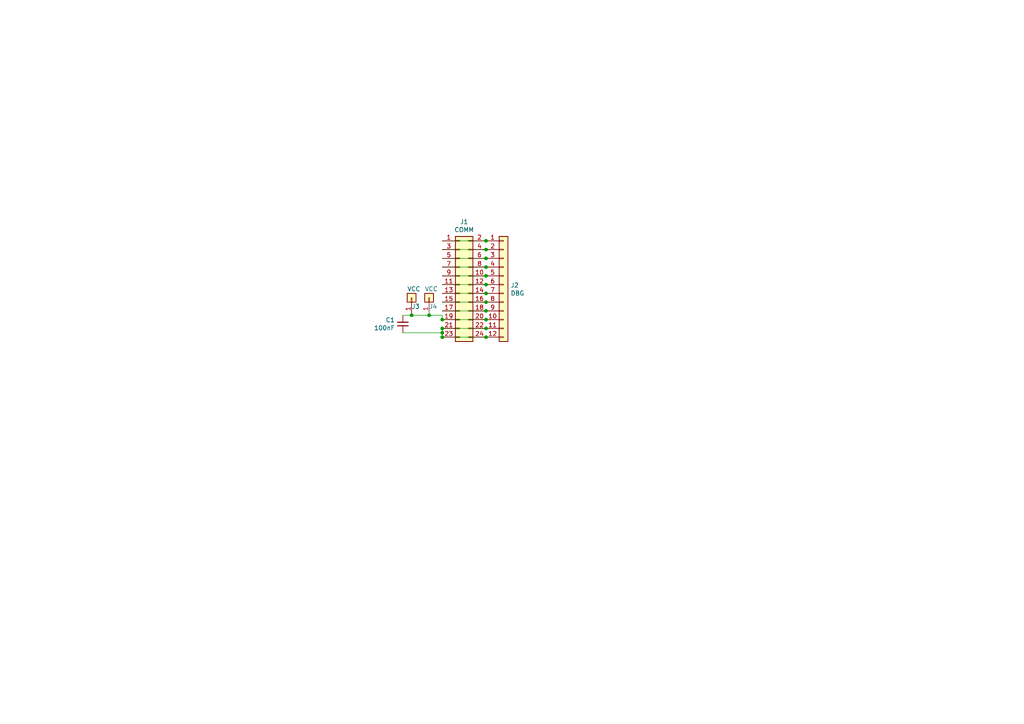
<source format=kicad_sch>
(kicad_sch (version 20230121) (generator eeschema)
  (paper "A4")
  (lib_symbols
    (symbol "Connector_Generic:Conn_01x01" (pin_names (offset 1.016) hide)
      (property "Reference" "J" (at 0 2.54 0))
      (property "Value" "Conn_01x01" (at 0 -2.54 0))
      (symbol "Conn_01x01_1_1"
        (rectangle (start -1.27 0.127) (end 0 -0.127) (stroke (width 0.1524)))
        (rectangle (start -1.27 1.27) (end 1.27 -1.27) (stroke (width 0.254)) (fill (type background)))
        (pin passive line (at -5.08 0 0) (length 3.81) (name "Pin_1") (number "1"))
      )
    )
    (symbol "Connector_Generic:Conn_01x12" (pin_names (offset 1.016) hide)
      (property "Reference" "J" (at 0 15.24 0))
      (property "Value" "Conn_01x12" (at 0 -17.78 0))
      (symbol "Conn_01x12_1_1"
        (rectangle (start -1.27 -15.113) (end 0 -15.367) (stroke (width 0.1524)))
        (rectangle (start -1.27 -12.573) (end 0 -12.827) (stroke (width 0.1524)))
        (rectangle (start -1.27 -10.033) (end 0 -10.287) (stroke (width 0.1524)))
        (rectangle (start -1.27 -7.493) (end 0 -7.747) (stroke (width 0.1524)))
        (rectangle (start -1.27 -4.953) (end 0 -5.207) (stroke (width 0.1524)))
        (rectangle (start -1.27 -2.413) (end 0 -2.667) (stroke (width 0.1524)))
        (rectangle (start -1.27 0.127) (end 0 -0.127) (stroke (width 0.1524)))
        (rectangle (start -1.27 2.667) (end 0 2.413) (stroke (width 0.1524)))
        (rectangle (start -1.27 5.207) (end 0 4.953) (stroke (width 0.1524)))
        (rectangle (start -1.27 7.747) (end 0 7.493) (stroke (width 0.1524)))
        (rectangle (start -1.27 10.287) (end 0 10.033) (stroke (width 0.1524)))
        (rectangle (start -1.27 12.827) (end 0 12.573) (stroke (width 0.1524)))
        (rectangle (start -1.27 13.97) (end 1.27 -16.51) (stroke (width 0.254)) (fill (type background)))
        (pin passive line (at -5.08 12.7 0) (length 3.81) (name "Pin_1") (number "1"))
        (pin passive line (at -5.08 -10.16 0) (length 3.81) (name "Pin_10") (number "10"))
        (pin passive line (at -5.08 -12.7 0) (length 3.81) (name "Pin_11") (number "11"))
        (pin passive line (at -5.08 -15.24 0) (length 3.81) (name "Pin_12") (number "12"))
        (pin passive line (at -5.08 10.16 0) (length 3.81) (name "Pin_2") (number "2"))
        (pin passive line (at -5.08 7.62 0) (length 3.81) (name "Pin_3") (number "3"))
        (pin passive line (at -5.08 5.08 0) (length 3.81) (name "Pin_4") (number "4"))
        (pin passive line (at -5.08 2.54 0) (length 3.81) (name "Pin_5") (number "5"))
        (pin passive line (at -5.08 0 0) (length 3.81) (name "Pin_6") (number "6"))
        (pin passive line (at -5.08 -2.54 0) (length 3.81) (name "Pin_7") (number "7"))
        (pin passive line (at -5.08 -5.08 0) (length 3.81) (name "Pin_8") (number "8"))
        (pin passive line (at -5.08 -7.62 0) (length 3.81) (name "Pin_9") (number "9"))
      )
    )
    (symbol "Connector_Generic:Conn_02x12_Odd_Even" (pin_names (offset 1.016) hide)
      (property "Reference" "J" (at 1.27 15.24 0))
      (property "Value" "Conn_02x12_Odd_Even" (at 1.27 -17.78 0))
      (symbol "Conn_02x12_Odd_Even_1_1"
        (rectangle (start -1.27 -15.113) (end 0 -15.367) (stroke (width 0.1524)))
        (rectangle (start -1.27 -12.573) (end 0 -12.827) (stroke (width 0.1524)))
        (rectangle (start -1.27 -10.033) (end 0 -10.287) (stroke (width 0.1524)))
        (rectangle (start -1.27 -7.493) (end 0 -7.747) (stroke (width 0.1524)))
        (rectangle (start -1.27 -4.953) (end 0 -5.207) (stroke (width 0.1524)))
        (rectangle (start -1.27 -2.413) (end 0 -2.667) (stroke (width 0.1524)))
        (rectangle (start -1.27 0.127) (end 0 -0.127) (stroke (width 0.1524)))
        (rectangle (start -1.27 2.667) (end 0 2.413) (stroke (width 0.1524)))
        (rectangle (start -1.27 5.207) (end 0 4.953) (stroke (width 0.1524)))
        (rectangle (start -1.27 7.747) (end 0 7.493) (stroke (width 0.1524)))
        (rectangle (start -1.27 10.287) (end 0 10.033) (stroke (width 0.1524)))
        (rectangle (start -1.27 12.827) (end 0 12.573) (stroke (width 0.1524)))
        (rectangle (start -1.27 13.97) (end 3.81 -16.51) (stroke (width 0.254)) (fill (type background)))
        (rectangle (start 3.81 -15.113) (end 2.54 -15.367) (stroke (width 0.1524)))
        (rectangle (start 3.81 -12.573) (end 2.54 -12.827) (stroke (width 0.1524)))
        (rectangle (start 3.81 -10.033) (end 2.54 -10.287) (stroke (width 0.1524)))
        (rectangle (start 3.81 -7.493) (end 2.54 -7.747) (stroke (width 0.1524)))
        (rectangle (start 3.81 -4.953) (end 2.54 -5.207) (stroke (width 0.1524)))
        (rectangle (start 3.81 -2.413) (end 2.54 -2.667) (stroke (width 0.1524)))
        (rectangle (start 3.81 0.127) (end 2.54 -0.127) (stroke (width 0.1524)))
        (rectangle (start 3.81 2.667) (end 2.54 2.413) (stroke (width 0.1524)))
        (rectangle (start 3.81 5.207) (end 2.54 4.953) (stroke (width 0.1524)))
        (rectangle (start 3.81 7.747) (end 2.54 7.493) (stroke (width 0.1524)))
        (rectangle (start 3.81 10.287) (end 2.54 10.033) (stroke (width 0.1524)))
        (rectangle (start 3.81 12.827) (end 2.54 12.573) (stroke (width 0.1524)))
        (pin passive line (at -5.08 12.7 0) (length 3.81) (name "Pin_1") (number "1"))
        (pin passive line (at 7.62 2.54 180) (length 3.81) (name "Pin_10") (number "10"))
        (pin passive line (at -5.08 0 0) (length 3.81) (name "Pin_11") (number "11"))
        (pin passive line (at 7.62 0 180) (length 3.81) (name "Pin_12") (number "12"))
        (pin passive line (at -5.08 -2.54 0) (length 3.81) (name "Pin_13") (number "13"))
        (pin passive line (at 7.62 -2.54 180) (length 3.81) (name "Pin_14") (number "14"))
        (pin passive line (at -5.08 -5.08 0) (length 3.81) (name "Pin_15") (number "15"))
        (pin passive line (at 7.62 -5.08 180) (length 3.81) (name "Pin_16") (number "16"))
        (pin passive line (at -5.08 -7.62 0) (length 3.81) (name "Pin_17") (number "17"))
        (pin passive line (at 7.62 -7.62 180) (length 3.81) (name "Pin_18") (number "18"))
        (pin passive line (at -5.08 -10.16 0) (length 3.81) (name "Pin_19") (number "19"))
        (pin passive line (at 7.62 12.7 180) (length 3.81) (name "Pin_2") (number "2"))
        (pin passive line (at 7.62 -10.16 180) (length 3.81) (name "Pin_20") (number "20"))
        (pin passive line (at -5.08 -12.7 0) (length 3.81) (name "Pin_21") (number "21"))
        (pin passive line (at 7.62 -12.7 180) (length 3.81) (name "Pin_22") (number "22"))
        (pin passive line (at -5.08 -15.24 0) (length 3.81) (name "Pin_23") (number "23"))
        (pin passive line (at 7.62 -15.24 180) (length 3.81) (name "Pin_24") (number "24"))
        (pin passive line (at -5.08 10.16 0) (length 3.81) (name "Pin_3") (number "3"))
        (pin passive line (at 7.62 10.16 180) (length 3.81) (name "Pin_4") (number "4"))
        (pin passive line (at -5.08 7.62 0) (length 3.81) (name "Pin_5") (number "5"))
        (pin passive line (at 7.62 7.62 180) (length 3.81) (name "Pin_6") (number "6"))
        (pin passive line (at -5.08 5.08 0) (length 3.81) (name "Pin_7") (number "7"))
        (pin passive line (at 7.62 5.08 180) (length 3.81) (name "Pin_8") (number "8"))
        (pin passive line (at -5.08 2.54 0) (length 3.81) (name "Pin_9") (number "9"))
      )
    )
    (symbol "Device:C_Small" (pin_numbers hide) (pin_names (offset 0.254) hide)
      (property "Reference" "C" (at 0.254 1.778 0))
      (property "Value" "C_Small" (at 0.254 -2.032 0))
      (symbol "C_Small_0_1"
        (polyline (pts (xy -1.524 -0.508) (xy 1.524 -0.508)) (stroke (width 0.3302)))
        (polyline (pts (xy -1.524 0.508) (xy 1.524 0.508)) (stroke (width 0.3048)))
      )
      (symbol "C_Small_1_1"
        (pin passive line (at 0 2.54 270) (length 2.032) (name "~") (number "1"))
        (pin passive line (at 0 -2.54 90) (length 2.032) (name "~") (number "2"))
      )
    )
  )
  (junction (at 128.27 92.71))
  (junction (at 140.97 77.47))
  (junction (at 140.97 95.25))
  (junction (at 140.97 90.17))
  (junction (at 140.97 72.39))
  (junction (at 140.97 82.55))
  (junction (at 140.97 69.85))
  (junction (at 140.97 87.63))
  (junction (at 119.38 91.44))
  (junction (at 128.27 95.25))
  (junction (at 140.97 97.79))
  (junction (at 128.27 97.79))
  (junction (at 140.97 74.93))
  (junction (at 140.97 85.09))
  (junction (at 128.27 96.52))
  (junction (at 140.97 92.71))
  (junction (at 124.46 91.44))
  (junction (at 140.97 80.01))
  (wire (pts (xy 128.27 82.55) (xy 140.97 82.55)))
  (wire (pts (xy 116.84 96.52) (xy 128.27 96.52)))
  (wire (pts (xy 128.27 90.17) (xy 140.97 90.17)))
  (wire (pts (xy 119.38 91.44) (xy 124.46 91.44)))
  (wire (pts (xy 128.27 69.85) (xy 140.97 69.85)))
  (wire (pts (xy 128.27 80.01) (xy 140.97 80.01)))
  (wire (pts (xy 128.27 74.93) (xy 140.97 74.93)))
  (wire (pts (xy 128.27 87.63) (xy 140.97 87.63)))
  (wire (pts (xy 128.27 77.47) (xy 140.97 77.47)))
  (wire (pts (xy 128.27 72.39) (xy 140.97 72.39)))
  (wire (pts (xy 128.27 95.25) (xy 140.97 95.25)))
  (wire (pts (xy 128.27 96.52) (xy 128.27 97.79)))
  (wire (pts (xy 116.84 91.44) (xy 119.38 91.44)))
  (wire (pts (xy 128.27 97.79) (xy 140.97 97.79)))
  (wire (pts (xy 128.27 91.44) (xy 128.27 92.71)))
  (wire (pts (xy 124.46 91.44) (xy 128.27 91.44)))
  (wire (pts (xy 128.27 85.09) (xy 140.97 85.09)))
  (wire (pts (xy 128.27 92.71) (xy 140.97 92.71)))
  (wire (pts (xy 128.27 95.25) (xy 128.27 96.52)))
  (symbol (lib_id "Connector_Generic:Conn_01x12") (at 146.05 82.55 0) (unit 1)
    (property "Reference" "J2" (at 148.082 82.7532 0) (effects (justify left)))
    (property "Value" "DBG" (at 148.082 85.0646 0) (effects (justify left)))
    (property "Footprint" "Connector_PinHeader_2.54mm:PinHeader_1x12_P2.54mm_Vertical" (effects hide))
  )
  (symbol (lib_id "Connector_Generic:Conn_02x12_Odd_Even") (at 133.35 82.55 0) (unit 1)
    (property "Reference" "J1" (at 134.62 64.3382 0))
    (property "Value" "COMM" (at 134.62 66.6496 0))
    (property "Footprint" "Connector_PinHeader_2.54mm:PinHeader_2x12_P2.54mm_Vertical" (effects hide))
  )
  (symbol (lib_id "Connector_Generic:Conn_01x01") (at 119.38 86.36 90) (unit 1)
    (property "Reference" "J3" (at 119.38 88.9 90) (effects (justify right)))
    (property "Value" "VCC" (at 118.11 83.82 90) (effects (justify right)))
    (property "Footprint" "Connector_PinHeader_2.54mm:PinHeader_1x01_P2.54mm_Vertical" (effects hide))
  )
  (symbol (lib_id "Connector_Generic:Conn_01x01") (at 124.46 86.36 90) (unit 1)
    (property "Reference" "J4" (at 124.46 88.9 90) (effects (justify right)))
    (property "Value" "VCC" (at 123.19 83.82 90) (effects (justify right)))
    (property "Footprint" "Connector_PinHeader_2.54mm:PinHeader_1x01_P2.54mm_Vertical" (effects hide))
  )
  (symbol (lib_id "Device:C_Small") (at 116.84 93.98 0) (mirror x) (unit 1)
    (property "Reference" "C1" (at 114.5286 92.8116 0) (effects (justify right)))
    (property "Value" "100nF" (at 114.5286 95.123 0) (effects (justify right)))
    (property "Footprint" "Capacitor_SMD:C_0805_2012Metric" (effects hide))
  )
)
</source>
